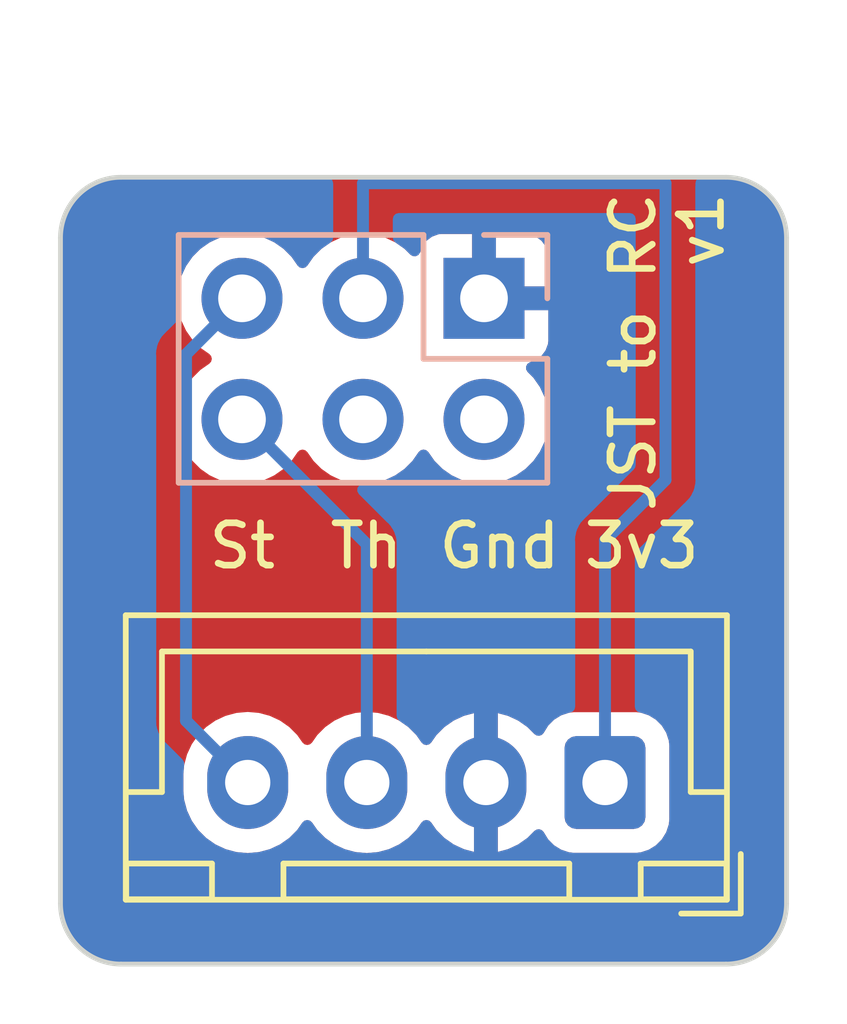
<source format=kicad_pcb>
(kicad_pcb (version 20221018) (generator pcbnew)
  (layers (0 "F.Cu" signal) (31 "B.Cu" signal) (34 "B.Paste" user) (35 "F.Paste" user) (36 "B.SilkS" user "B.Silkscreen") (37 "F.SilkS" user "F.Silkscreen") (38 "B.Mask" user) (39 "F.Mask" user) (44 "Edge.Cuts" user))
  (net 0 "")
  (net 1 "SteeringPWM")
  (net 2 "ThrottlePWM")
  (net 3 "+3.3V")
  (net 5 "GND")
  (footprint "Connector_JST:JST_XH_B4B-XH-A_1x04_P2.50mm_Vertical" (layer "F.Cu") (at 149.86 111.76 180)
    (fp_text reference "J2")
    (fp_text value "Conn_01x04_Pin")
    (fp_line (start -2.85 -2.75) (end -2.85 -1.5) (stroke (width 0.12)) (layer "F.SilkS"))
    (fp_line (start -2.56 -2.46) (end -2.56 3.51) (stroke (width 0.12)) (layer "F.SilkS"))
    (fp_line (start -2.56 3.51) (end 10.06 3.51) (stroke (width 0.12)) (layer "F.SilkS"))
    (fp_line (start -2.55 -2.45) (end -2.55 -1.7) (stroke (width 0.12)) (layer "F.SilkS"))
    (fp_line (start -2.55 -1.7) (end -0.75 -1.7) (stroke (width 0.12)) (layer "F.SilkS"))
    (fp_line (start -2.55 -0.2) (end -1.8 -0.2) (stroke (width 0.12)) (layer "F.SilkS"))
    (fp_line (start -1.8 -0.2) (end -1.8 2.75) (stroke (width 0.12)) (layer "F.SilkS"))
    (fp_line (start -1.8 2.75) (end 3.75 2.75) (stroke (width 0.12)) (layer "F.SilkS"))
    (fp_line (start -1.6 -2.75) (end -2.85 -2.75) (stroke (width 0.12)) (layer "F.SilkS"))
    (fp_line (start -0.75 -2.45) (end -2.55 -2.45) (stroke (width 0.12)) (layer "F.SilkS"))
    (fp_line (start -0.75 -1.7) (end -0.75 -2.45) (stroke (width 0.12)) (layer "F.SilkS"))
    (fp_line (start 0.75 -2.45) (end 0.75 -1.7) (stroke (width 0.12)) (layer "F.SilkS"))
    (fp_line (start 0.75 -1.7) (end 6.75 -1.7) (stroke (width 0.12)) (layer "F.SilkS"))
    (fp_line (start 6.75 -2.45) (end 0.75 -2.45) (stroke (width 0.12)) (layer "F.SilkS"))
    (fp_line (start 6.75 -1.7) (end 6.75 -2.45) (stroke (width 0.12)) (layer "F.SilkS"))
    (fp_line (start 8.25 -2.45) (end 8.25 -1.7) (stroke (width 0.12)) (layer "F.SilkS"))
    (fp_line (start 8.25 -1.7) (end 10.05 -1.7) (stroke (width 0.12)) (layer "F.SilkS"))
    (fp_line (start 9.3 -0.2) (end 9.3 2.75) (stroke (width 0.12)) (layer "F.SilkS"))
    (fp_line (start 9.3 2.75) (end 3.75 2.75) (stroke (width 0.12)) (layer "F.SilkS"))
    (fp_line (start 10.05 -2.45) (end 8.25 -2.45) (stroke (width 0.12)) (layer "F.SilkS"))
    (fp_line (start 10.05 -1.7) (end 10.05 -2.45) (stroke (width 0.12)) (layer "F.SilkS"))
    (fp_line (start 10.05 -0.2) (end 9.3 -0.2) (stroke (width 0.12)) (layer "F.SilkS"))
    (fp_line (start 10.06 -2.46) (end -2.56 -2.46) (stroke (width 0.12)) (layer "F.SilkS"))
    (fp_line (start 10.06 3.51) (end 10.06 -2.46) (stroke (width 0.12)) (layer "F.SilkS"))
    (pad "1" thru_hole roundrect (at 0 0 180) (size 1.7 1.95) (drill 0.95) (layers "*.Cu" "*.Mask") (roundrect_rratio 0.147059) (net 3 "+3.3V"))
    (pad "2" thru_hole oval (at 2.5 0 180) (size 1.7 1.95) (drill 0.95) (layers "*.Cu" "*.Mask") (net 5 "GND"))
    (pad "3" thru_hole oval (at 5 0 180) (size 1.7 1.95) (drill 0.95) (layers "*.Cu" "*.Mask") (net 2 "ThrottlePWM"))
    (pad "4" thru_hole oval (at 7.5 0 180) (size 1.7 1.95) (drill 0.95) (layers "*.Cu" "*.Mask") (net 1 "SteeringPWM"))
  )
  (footprint "Connector_PinSocket_2.54mm:PinSocket_2x03_P2.54mm_Vertical" (layer "B.Cu") (at 147.32 101.6 90)
    (fp_text reference "J1")
    (fp_text value "Conn_01x06_Socket")
    (fp_line (start -3.87 -6.41) (end 1.33 -6.41) (stroke (width 0.12)) (layer "B.SilkS"))
    (fp_line (start -3.87 1.33) (end -3.87 -6.41) (stroke (width 0.12)) (layer "B.SilkS"))
    (fp_line (start -3.87 1.33) (end -1.27 1.33) (stroke (width 0.12)) (layer "B.SilkS"))
    (fp_line (start -1.27 -1.27) (end 1.33 -1.27) (stroke (width 0.12)) (layer "B.SilkS"))
    (fp_line (start -1.27 1.33) (end -1.27 -1.27) (stroke (width 0.12)) (layer "B.SilkS"))
    (fp_line (start 0 1.33) (end 1.33 1.33) (stroke (width 0.12)) (layer "B.SilkS"))
    (fp_line (start 1.33 -1.27) (end 1.33 -6.41) (stroke (width 0.12)) (layer "B.SilkS"))
    (fp_line (start 1.33 1.33) (end 1.33 0) (stroke (width 0.12)) (layer "B.SilkS"))
    (pad "1" thru_hole rect (at 0 0 90) (size 1.7 1.7) (drill 1) (layers "*.Cu" "*.Mask") (net 5 "GND"))
    (pad "2" thru_hole oval (at -2.54 0 90) (size 1.7 1.7) (drill 1) (layers "*.Cu" "*.Mask"))
    (pad "3" thru_hole oval (at 0 -2.54 90) (size 1.7 1.7) (drill 1) (layers "*.Cu" "*.Mask") (net 3 "+3.3V"))
    (pad "4" thru_hole oval (at -2.54 -2.54 90) (size 1.7 1.7) (drill 1) (layers "*.Cu" "*.Mask"))
    (pad "5" thru_hole oval (at 0 -5.08 90) (size 1.7 1.7) (drill 1) (layers "*.Cu" "*.Mask") (net 1 "SteeringPWM"))
    (pad "6" thru_hole oval (at -2.54 -5.08 90) (size 1.7 1.7) (drill 1) (layers "*.Cu" "*.Mask") (net 2 "ThrottlePWM"))
  )
  (gr_line (start 138.429999 114.3) (end 138.429999 100.33) (stroke (width 0.1)) (layer "Edge.Cuts"))
  (gr_line (start 152.4 115.570001) (end 139.7 115.570001) (stroke (width 0.1)) (layer "Edge.Cuts"))
  (gr_arc (start 139.7 115.570001) (mid 138.801973 115.198027) (end 138.429999 114.3) (stroke (width 0.1)) (layer "Edge.Cuts"))
  (gr_arc (start 153.670001 114.3) (mid 153.298027 115.198027) (end 152.4 115.570001) (stroke (width 0.1)) (layer "Edge.Cuts"))
  (gr_line (start 139.7 99.059999) (end 152.4 99.06) (stroke (width 0.1)) (layer "Edge.Cuts"))
  (gr_arc (start 152.4 99.06) (mid 153.298026 99.431974) (end 153.67 100.33) (stroke (width 0.1)) (layer "Edge.Cuts"))
  (gr_line (start 153.67 100.33) (end 153.670001 114.3) (stroke (width 0.1)) (layer "Edge.Cuts"))
  (gr_arc (start 138.429999 100.33) (mid 138.801973 99.431973) (end 139.7 99.059999) (stroke (width 0.1)) (layer "Edge.Cuts"))
  (gr_text "Gnd" (at 146.304 107.315) (layer "F.SilkS") (effects (font (size 0.889 0.889) (thickness 0.1397)) (justify left bottom)))
  (gr_text "Th" (at 144.018 107.315) (layer "F.SilkS") (effects (font (size 0.889 0.889) (thickness 0.1397)) (justify left bottom)))
  (gr_text "JST to RC\nv1" (at 152.4 99.314 90) (layer "F.SilkS") (effects (font (size 0.889 0.889) (thickness 0.1397)) (justify right bottom)))
  (gr_text "3v3" (at 149.352 107.315) (layer "F.SilkS") (effects (font (size 0.889 0.889) (thickness 0.1397)) (justify left bottom)))
  (gr_text "St" (at 141.478 107.315) (layer "F.SilkS") (effects (font (size 0.889 0.889) (thickness 0.1397)) (justify left bottom)))
  (segment (start 142.36 111.76) (end 141.065 110.465) (width 0.25) (layer "B.Cu") (net 1))
  (segment (start 141.065 110.465) (end 141.065 102.775) (width 0.25) (layer "B.Cu") (net 1))
  (segment (start 141.065 102.775) (end 142.24 101.6) (width 0.25) (layer "B.Cu") (net 1))
  (segment (start 144.86 106.76) (end 142.24 104.14) (width 0.25) (layer "B.Cu") (net 2))
  (segment (start 144.86 111.76) (end 144.86 106.76) (width 0.25) (layer "B.Cu") (net 2))
  (segment (start 151.13 99.185) (end 144.78 99.184999) (width 0.25) (layer "B.Cu") (net 3))
  (segment (start 144.78 99.184999) (end 144.78 101.6) (width 0.25) (layer "B.Cu") (net 3))
  (segment (start 149.86 111.76) (end 149.86 106.68) (width 0.25) (layer "B.Cu") (net 3))
  (segment (start 149.86 106.68) (end 151.13 105.41) (width 0.25) (layer "B.Cu") (net 3))
  (segment (start 151.13 105.41) (end 151.13 99.185) (width 0.25) (layer "B.Cu") (net 3))
  (zone (net 5) (net_name "GND") (layer "F.Cu") (connect_pads (clearance 0.5)) (min_thickness 0.25) (fill yes (thermal_gap 0.5) (thermal_bridge_width 0.5))
    (polygon (pts (xy 137.16 97.79) (xy 154.94 97.79) (xy 154.94 116.84) (xy 137.16 116.84)))
  )
  (zone (net 5) (net_name "GND") (layer "B.Cu") (priority 1) (connect_pads (clearance 0.5)) (min_thickness 0.25) (fill yes (thermal_gap 0.5) (thermal_bridge_width 0.5))
    (polygon (pts (xy 137.16 97.79) (xy 154.94 97.79) (xy 154.94 116.84) (xy 137.16 116.84)))
  )
)
</source>
